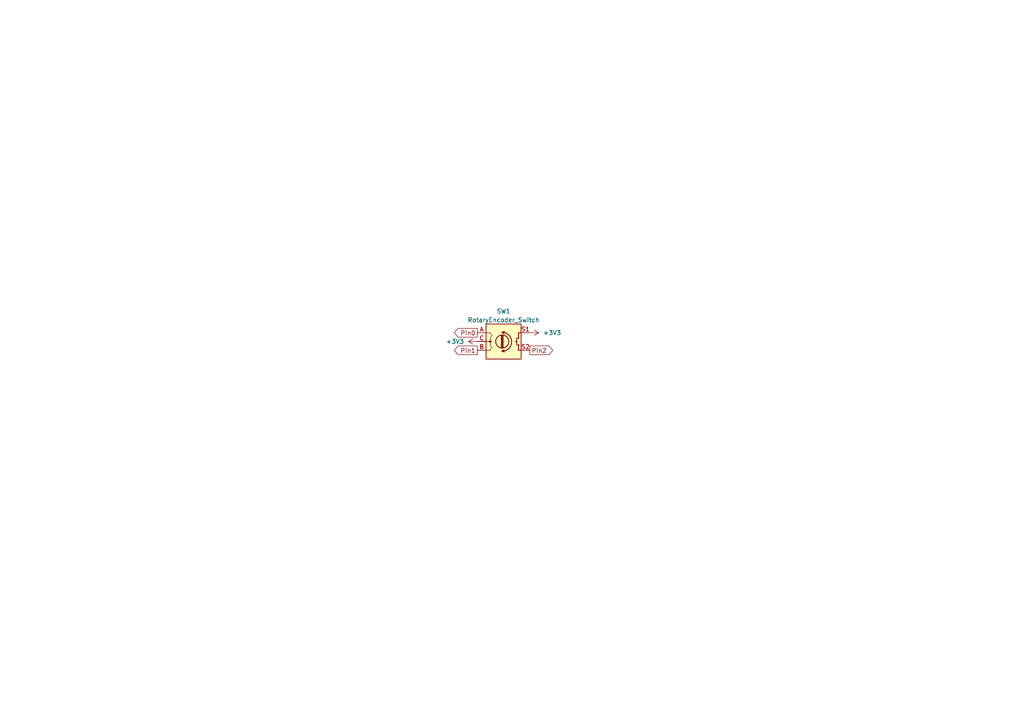
<source format=kicad_sch>
(kicad_sch (version 20211123) (generator eeschema)
  (paper "A4")
  (lib_symbols
    (symbol "Device:RotaryEncoder_Switch" (pin_names (offset 0.254) hide)
      (property "Reference" "SW" (at 0 6.604 0))
      (property "Value" "RotaryEncoder_Switch" (at 0 -6.604 0))
      (symbol "RotaryEncoder_Switch_0_1"
        (rectangle (start -5.08 5.08) (end 5.08 -5.08) (stroke (width 0.254)) (fill (type background)))
        (circle (center -3.81 0) (radius 0.254) (fill (type outline)))
        (arc (start -0.381 -2.794) (mid 2.3622 -0.0508) (end -0.381 2.667) (stroke (width 0.254)))
        (circle (center -0.381 0) (radius 1.905) (stroke (width 0.254)))
        (polyline (pts (xy -0.635 -1.778) (xy -0.635 1.778)) (stroke (width 0.254)))
        (polyline (pts (xy -0.381 -1.778) (xy -0.381 1.778)) (stroke (width 0.254)))
        (polyline (pts (xy -0.127 1.778) (xy -0.127 -1.778)) (stroke (width 0.254)))
        (polyline (pts (xy 3.81 0) (xy 3.429 0)) (stroke (width 0.254)))
        (polyline (pts (xy 3.81 1.016) (xy 3.81 -1.016)) (stroke (width 0.254)))
        (polyline (pts (xy -5.08 -2.54) (xy -3.81 -2.54) (xy -3.81 -2.032)))
        (polyline (pts (xy -5.08 2.54) (xy -3.81 2.54) (xy -3.81 2.032)))
        (polyline (pts (xy 0.254 -3.048) (xy -0.508 -2.794) (xy 0.127 -2.413)) (stroke (width 0.254)))
        (polyline (pts (xy 0.254 2.921) (xy -0.508 2.667) (xy 0.127 2.286)) (stroke (width 0.254)))
        (polyline (pts (xy 5.08 -2.54) (xy 4.318 -2.54) (xy 4.318 -1.016)) (stroke (width 0.254)))
        (polyline (pts (xy 5.08 2.54) (xy 4.318 2.54) (xy 4.318 1.016)) (stroke (width 0.254)))
        (polyline (pts (xy -5.08 0) (xy -3.81 0) (xy -3.81 -1.016) (xy -3.302 -2.032)))
        (polyline (pts (xy -4.318 0) (xy -3.81 0) (xy -3.81 1.016) (xy -3.302 2.032)))
        (circle (center 4.318 -1.016) (radius 0.127) (stroke (width 0.254)))
        (circle (center 4.318 1.016) (radius 0.127) (stroke (width 0.254)))
      )
      (symbol "RotaryEncoder_Switch_1_1"
        (pin passive line (at -7.62 2.54 0) (length 2.54) (name "A") (number "A"))
        (pin passive line (at -7.62 -2.54 0) (length 2.54) (name "B") (number "B"))
        (pin passive line (at -7.62 0 0) (length 2.54) (name "C") (number "C"))
        (pin passive line (at 7.62 2.54 180) (length 2.54) (name "S1") (number "S1"))
        (pin passive line (at 7.62 -2.54 180) (length 2.54) (name "S2") (number "S2"))
      )
    )
    (symbol "power:+3V3" (power) (pin_names (offset 0))
      (property "Value" "+3V3" (at 0 3.556 0))
      (symbol "+3V3_0_1"
        (polyline (pts (xy -0.762 1.27) (xy 0 2.54)))
        (polyline (pts (xy 0 0) (xy 0 2.54)))
        (polyline (pts (xy 0 2.54) (xy 0.762 1.27)))
      )
      (symbol "+3V3_1_1"
        (pin power_in line (at 0 0 90) (length 0) hide (name "+3V3") (number "1"))
      )
    )
  )
  (global_label "Pin1" (shape output) (at 138.43 101.6 180) (property "Intersheet References" "${INTERSHEET_REFS}" (effects hide)))
  (global_label "Pin0" (shape output) (at 138.43 96.52 180) (property "Intersheet References" "${INTERSHEET_REFS}" (effects hide)))
  (global_label "Pin2" (shape output) (at 153.67 101.6 0) (property "Intersheet References" "${INTERSHEET_REFS}" (effects hide)))
  (symbol (lib_id "power:+3V3") (at 138.43 99.06 90) (unit 1)
    (property "Reference" "#PWR0102" (effects hide))
    (property "Value" "+3V3" (at 134.62 99.06 90) (effects (justify left)))
  )
  (symbol (lib_id "Device:RotaryEncoder_Switch") (at 146.05 99.06 0) (unit 1)
    (property "Reference" "SW1" (at 146.05 90.2802 0))
    (property "Value" "RotaryEncoder_Switch" (at 146.05 92.8171 0))
    (property "Footprint" "local:PEC11R-4220F-S0024" (effects hide))
    (property "Description" "ROTARY ENCODER MECHANICAL 24PPR" (effects hide))
    (property "Dist" "DigiKey" (effects hide))
    (property "DistLink" "https://www.digikey.de/en/products/detail/bourns-inc/PEC11R-4220F-S0024/4499660" (effects hide))
    (property "DistPartNumber" "PEC11R-4220F-S0024-ND" (effects hide))
    (property "Place" "No" (effects hide))
  )
  (symbol (lib_id "power:+3V3") (at 153.67 96.52 270) (unit 1)
    (property "Reference" "#PWR?" (effects hide))
    (property "Value" "+3V3" (at 157.48 96.52 90) (effects (justify left)))
  )
)
</source>
